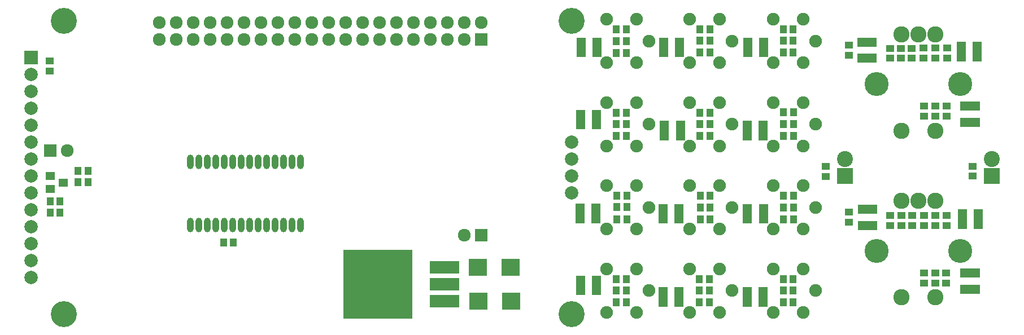
<source format=gbs>
G04 #@! TF.FileFunction,Soldermask,Bot*
%FSLAX46Y46*%
G04 Gerber Fmt 4.6, Leading zero omitted, Abs format (unit mm)*
G04 Created by KiCad (PCBNEW 4.0.7) date 06/30/18 16:48:15*
%MOMM*%
%LPD*%
G01*
G04 APERTURE LIST*
%ADD10C,0.100000*%
%ADD11R,10.400000X10.400000*%
%ADD12R,4.400000X1.900000*%
%ADD13O,1.000000X2.200000*%
%ADD14R,1.300000X1.000000*%
%ADD15R,1.000000X1.300000*%
%ADD16R,2.700000X2.650000*%
%ADD17R,2.400000X2.400000*%
%ADD18C,2.400000*%
%ADD19C,3.900000*%
%ADD20R,2.000000X2.000000*%
%ADD21C,2.000000*%
%ADD22C,1.924000*%
%ADD23R,1.924000X1.924000*%
%ADD24C,3.600000*%
%ADD25C,2.432000*%
%ADD26C,1.900000*%
%ADD27R,1.100000X1.400000*%
%ADD28R,1.400000X1.100000*%
%ADD29R,1.400000X1.200000*%
G04 APERTURE END LIST*
D10*
D11*
X54000000Y7500000D03*
D12*
X64000000Y10040000D03*
X64000000Y4960000D03*
X64000000Y7500000D03*
D13*
X42355000Y16350000D03*
X41085000Y16350000D03*
X39815000Y16350000D03*
X38545000Y16350000D03*
X37275000Y16350000D03*
X36005000Y16350000D03*
X34735000Y16350000D03*
X33465000Y16350000D03*
X32195000Y16350000D03*
X30925000Y16350000D03*
X29655000Y16350000D03*
X28385000Y16350000D03*
X27115000Y16350000D03*
X25845000Y16350000D03*
X25845000Y25850000D03*
X27115000Y25850000D03*
X28385000Y25850000D03*
X29655000Y25850000D03*
X30925000Y25850000D03*
X32195000Y25850000D03*
X33465000Y25850000D03*
X34735000Y25850000D03*
X36005000Y25850000D03*
X37275000Y25850000D03*
X38545000Y25850000D03*
X39815000Y25850000D03*
X41085000Y25850000D03*
X42355000Y25850000D03*
D14*
X139250000Y34200000D03*
X139250000Y32700000D03*
X139200000Y9150000D03*
X139200000Y7650000D03*
D15*
X89750000Y45750000D03*
X91250000Y45750000D03*
X102250000Y45750000D03*
X103750000Y45750000D03*
X114750000Y45750000D03*
X116250000Y45750000D03*
X89750000Y33200000D03*
X91250000Y33200000D03*
X102250000Y33250000D03*
X103750000Y33250000D03*
X114800000Y33300000D03*
X116300000Y33300000D03*
X89800000Y20800000D03*
X91300000Y20800000D03*
X102300000Y20750000D03*
X103800000Y20750000D03*
X114800000Y20800000D03*
X116300000Y20800000D03*
X89750000Y8250000D03*
X91250000Y8250000D03*
X102200000Y8250000D03*
X103700000Y8250000D03*
X114750000Y8250000D03*
X116250000Y8250000D03*
D14*
X139300000Y41450000D03*
X139300000Y42950000D03*
X130800000Y41400000D03*
X130800000Y42900000D03*
X139250000Y16300000D03*
X139250000Y17800000D03*
X130800000Y16300000D03*
X130800000Y17800000D03*
D16*
X68950000Y10050000D03*
X73850000Y10050000D03*
X69050000Y4950000D03*
X73950000Y4950000D03*
D15*
X32350000Y13750000D03*
X30850000Y13750000D03*
D14*
X124600000Y18300000D03*
X124600000Y16800000D03*
X4800000Y41000000D03*
X4800000Y39500000D03*
X124600000Y43350000D03*
X124600000Y41850000D03*
D17*
X124000000Y23700000D03*
D18*
X124000000Y26240000D03*
D17*
X146000000Y23700000D03*
D18*
X146000000Y26240000D03*
D19*
X6920000Y47000000D03*
X83000000Y47000000D03*
X83000000Y3000000D03*
X6920000Y3000000D03*
D20*
X2000000Y41510000D03*
D21*
X2000000Y38970000D03*
X2000000Y36430000D03*
X2000000Y33890000D03*
X2000000Y31350000D03*
X2000000Y28810000D03*
X2000000Y26270000D03*
X2000000Y23730000D03*
X2000000Y21190000D03*
X2000000Y18650000D03*
X2000000Y16110000D03*
X2000000Y13570000D03*
X2000000Y11030000D03*
X2000000Y8490000D03*
X83000000Y28810000D03*
X83000000Y26270000D03*
X83000000Y23730000D03*
X83000000Y21190000D03*
D22*
X69500000Y46790000D03*
D23*
X69500000Y44250000D03*
D22*
X66960000Y46790000D03*
X66960000Y44250000D03*
X64420000Y46790000D03*
X64420000Y44250000D03*
X61880000Y46790000D03*
X61880000Y44250000D03*
X59340000Y46790000D03*
X59340000Y44250000D03*
X56800000Y46790000D03*
X56800000Y44250000D03*
X54260000Y46790000D03*
X54260000Y44250000D03*
X51720000Y46790000D03*
X51720000Y44250000D03*
X49180000Y46790000D03*
X49180000Y44250000D03*
X46640000Y46790000D03*
X46640000Y44250000D03*
X44100000Y46790000D03*
X44100000Y44250000D03*
X41560000Y46790000D03*
X41560000Y44250000D03*
X39020000Y46790000D03*
X39020000Y44250000D03*
X36480000Y46790000D03*
X36480000Y44250000D03*
X33940000Y46790000D03*
X33940000Y44250000D03*
X31400000Y46790000D03*
X31400000Y44250000D03*
X28860000Y46790000D03*
X28860000Y44250000D03*
X26320000Y46790000D03*
X26320000Y44250000D03*
X23780000Y46790000D03*
X23780000Y44250000D03*
X21240000Y46790000D03*
X21240000Y44250000D03*
X7390000Y27500000D03*
D23*
X4850000Y27500000D03*
D22*
X66960000Y14800000D03*
D23*
X69500000Y14800000D03*
D14*
X135750000Y41450000D03*
X135750000Y42950000D03*
X134000000Y41400000D03*
X134000000Y42900000D03*
X135850000Y16300000D03*
X135850000Y17800000D03*
X134100000Y16300000D03*
X134100000Y17800000D03*
D15*
X4850000Y19900000D03*
X6350000Y19900000D03*
X89750000Y42200000D03*
X91250000Y42200000D03*
X102250000Y42300000D03*
X103750000Y42300000D03*
X114750000Y42250000D03*
X116250000Y42250000D03*
X89750000Y29700000D03*
X91250000Y29700000D03*
X102250000Y29750000D03*
X103750000Y29750000D03*
X114800000Y29750000D03*
X116300000Y29750000D03*
X89800000Y17250000D03*
X91300000Y17250000D03*
X102300000Y17250000D03*
X103800000Y17250000D03*
X114800000Y17250000D03*
X116300000Y17250000D03*
X89750000Y4750000D03*
X91250000Y4750000D03*
X102200000Y4750000D03*
X103700000Y4750000D03*
X114750000Y4750000D03*
X116250000Y4750000D03*
D14*
X137550000Y32700000D03*
X137550000Y34200000D03*
X135900000Y32700000D03*
X135900000Y34200000D03*
X137550000Y7650000D03*
X137550000Y9150000D03*
D15*
X91250000Y44000000D03*
X89750000Y44000000D03*
X103750000Y44050000D03*
X102250000Y44050000D03*
X116250000Y44050000D03*
X114750000Y44050000D03*
X91250000Y31500000D03*
X89750000Y31500000D03*
X103750000Y31500000D03*
X102250000Y31500000D03*
X116300000Y31500000D03*
X114800000Y31500000D03*
X91300000Y19050000D03*
X89800000Y19050000D03*
X103800000Y19000000D03*
X102300000Y19000000D03*
X116300000Y19000000D03*
X114800000Y19000000D03*
X91250000Y6500000D03*
X89750000Y6500000D03*
X103700000Y6500000D03*
X102200000Y6500000D03*
X116250000Y6500000D03*
X114750000Y6500000D03*
D14*
X135850000Y7650000D03*
X135850000Y9150000D03*
X137550000Y42950000D03*
X137550000Y41450000D03*
X132400000Y42900000D03*
X132400000Y41400000D03*
X137550000Y17800000D03*
X137550000Y16300000D03*
X132450000Y17800000D03*
X132450000Y16300000D03*
X121100000Y25150000D03*
X121100000Y23650000D03*
X143150000Y25200000D03*
X143150000Y23700000D03*
D24*
X128750000Y37500000D03*
X141250000Y37500000D03*
D25*
X137540000Y45000000D03*
X135000000Y45000000D03*
X132460000Y45000000D03*
X132460000Y30500000D03*
X137540000Y30500000D03*
D24*
X128750000Y12500000D03*
X141250000Y12500000D03*
D25*
X137540000Y20000000D03*
X135000000Y20000000D03*
X132460000Y20000000D03*
X132460000Y5500000D03*
X137540000Y5500000D03*
D26*
X88250000Y40750000D03*
X88250000Y47250000D03*
X92750000Y40750000D03*
X92750000Y47250000D03*
X94600000Y44000000D03*
X100750000Y40750000D03*
X100750000Y47250000D03*
X105250000Y40750000D03*
X105250000Y47250000D03*
X107100000Y44000000D03*
X113250000Y40750000D03*
X113250000Y47250000D03*
X117750000Y40750000D03*
X117750000Y47250000D03*
X119600000Y44000000D03*
X88250000Y28250000D03*
X88250000Y34750000D03*
X92750000Y28250000D03*
X92750000Y34750000D03*
X94600000Y31500000D03*
X100750000Y28250000D03*
X100750000Y34750000D03*
X105250000Y28250000D03*
X105250000Y34750000D03*
X107100000Y31500000D03*
X113250000Y28250000D03*
X113250000Y34750000D03*
X117750000Y28250000D03*
X117750000Y34750000D03*
X119600000Y31500000D03*
X88250000Y15750000D03*
X88250000Y22250000D03*
X92750000Y15750000D03*
X92750000Y22250000D03*
X94600000Y19000000D03*
X100750000Y15750000D03*
X100750000Y22250000D03*
X105250000Y15750000D03*
X105250000Y22250000D03*
X107100000Y19000000D03*
X113250000Y15750000D03*
X113250000Y22250000D03*
X117750000Y15750000D03*
X117750000Y22250000D03*
X119600000Y19000000D03*
X88250000Y3250000D03*
X88250000Y9750000D03*
X92750000Y3250000D03*
X92750000Y9750000D03*
X94600000Y6500000D03*
X100750000Y3250000D03*
X100750000Y9750000D03*
X105250000Y3250000D03*
X105250000Y9750000D03*
X107100000Y6500000D03*
X113250000Y3250000D03*
X113250000Y9750000D03*
X117750000Y3250000D03*
X117750000Y9750000D03*
X119600000Y6500000D03*
D27*
X141800000Y34200000D03*
X142750000Y34200000D03*
X143700000Y34200000D03*
X143700000Y31800000D03*
X142750000Y31800000D03*
X141800000Y31800000D03*
X141800000Y9150000D03*
X142750000Y9150000D03*
X143700000Y9150000D03*
X143700000Y6750000D03*
X142750000Y6750000D03*
X141800000Y6750000D03*
D28*
X86850000Y44000000D03*
X86850000Y43050000D03*
X86850000Y42100000D03*
X84450000Y42100000D03*
X84450000Y43050000D03*
X84450000Y44000000D03*
X99200000Y44000000D03*
X99200000Y43050000D03*
X99200000Y42100000D03*
X96800000Y42100000D03*
X96800000Y43050000D03*
X96800000Y44000000D03*
X111850000Y44000000D03*
X111850000Y43050000D03*
X111850000Y42100000D03*
X109450000Y42100000D03*
X109450000Y43050000D03*
X109450000Y44000000D03*
X86750000Y33150000D03*
X86750000Y32200000D03*
X86750000Y31250000D03*
X84350000Y31250000D03*
X84350000Y32200000D03*
X84350000Y33150000D03*
X99350000Y31500000D03*
X99350000Y30550000D03*
X99350000Y29600000D03*
X96950000Y29600000D03*
X96950000Y30550000D03*
X96950000Y31500000D03*
X111750000Y31500000D03*
X111750000Y30550000D03*
X111750000Y29600000D03*
X109350000Y29600000D03*
X109350000Y30550000D03*
X109350000Y31500000D03*
X141600000Y16300000D03*
X141600000Y17250000D03*
X141600000Y18200000D03*
X144000000Y18200000D03*
X144000000Y17250000D03*
X144000000Y16300000D03*
D27*
X128350000Y16300000D03*
X127400000Y16300000D03*
X126450000Y16300000D03*
X126450000Y18700000D03*
X127400000Y18700000D03*
X128350000Y18700000D03*
D28*
X86700000Y19050000D03*
X86700000Y18100000D03*
X86700000Y17150000D03*
X84300000Y17150000D03*
X84300000Y18100000D03*
X84300000Y19050000D03*
X99150000Y19000000D03*
X99150000Y18050000D03*
X99150000Y17100000D03*
X96750000Y17100000D03*
X96750000Y18050000D03*
X96750000Y19000000D03*
X111800000Y19000000D03*
X111800000Y18050000D03*
X111800000Y17100000D03*
X109400000Y17100000D03*
X109400000Y18050000D03*
X109400000Y19000000D03*
X86750000Y8250000D03*
X86750000Y7300000D03*
X86750000Y6350000D03*
X84350000Y6350000D03*
X84350000Y7300000D03*
X84350000Y8250000D03*
X99150000Y6500000D03*
X99150000Y5550000D03*
X99150000Y4600000D03*
X96750000Y4600000D03*
X96750000Y5550000D03*
X96750000Y6500000D03*
X111750000Y6500000D03*
X111750000Y5550000D03*
X111750000Y4600000D03*
X109350000Y4600000D03*
X109350000Y5550000D03*
X109350000Y6500000D03*
X141450000Y41450000D03*
X141450000Y42400000D03*
X141450000Y43350000D03*
X143850000Y43350000D03*
X143850000Y42400000D03*
X143850000Y41450000D03*
D27*
X128250000Y41400000D03*
X127300000Y41400000D03*
X126350000Y41400000D03*
X126350000Y43800000D03*
X127300000Y43800000D03*
X128250000Y43800000D03*
D29*
X6850000Y22750000D03*
X4850000Y21800000D03*
X4850000Y23700000D03*
D15*
X6350000Y18200000D03*
X4850000Y18200000D03*
X9050000Y22800000D03*
X10550000Y22800000D03*
X9050000Y24450000D03*
X10550000Y24450000D03*
M02*

</source>
